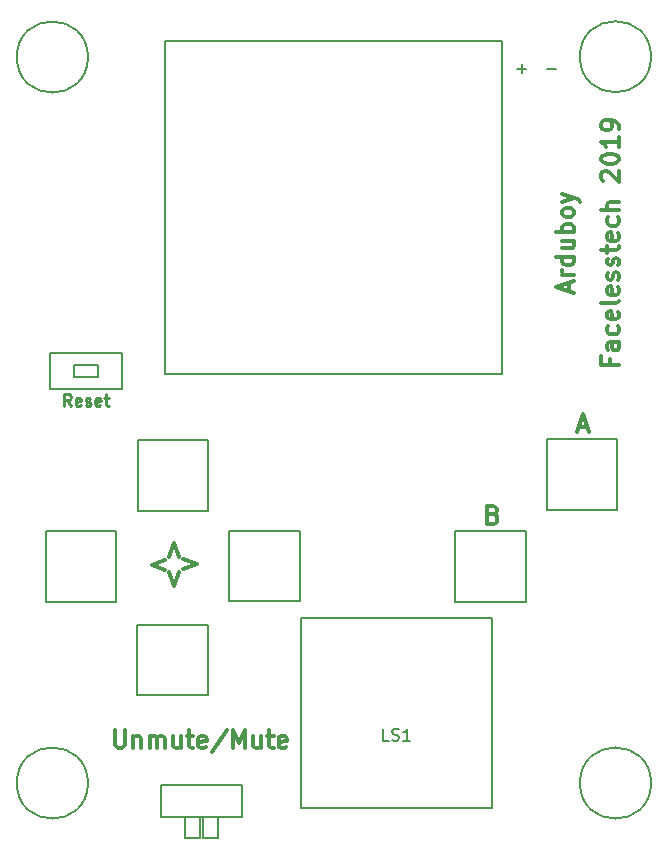
<source format=gbr>
G04 #@! TF.GenerationSoftware,KiCad,Pcbnew,5.0.2+dfsg1-1~bpo9+1*
G04 #@! TF.CreationDate,2019-06-22T18:26:22+01:00*
G04 #@! TF.ProjectId,arduboy_with_flashcart_port_smd,61726475-626f-4795-9f77-6974685f666c,rev?*
G04 #@! TF.SameCoordinates,Original*
G04 #@! TF.FileFunction,Legend,Top*
G04 #@! TF.FilePolarity,Positive*
%FSLAX46Y46*%
G04 Gerber Fmt 4.6, Leading zero omitted, Abs format (unit mm)*
G04 Created by KiCad (PCBNEW 5.0.2+dfsg1-1~bpo9+1) date Sat 22 Jun 2019 18:26:23 BST*
%MOMM*%
%LPD*%
G01*
G04 APERTURE LIST*
%ADD10C,0.300000*%
%ADD11C,0.250000*%
%ADD12C,0.150000*%
G04 APERTURE END LIST*
D10*
X233142600Y-78389442D02*
X233142600Y-77675157D01*
X233571171Y-78532300D02*
X232071171Y-78032300D01*
X233571171Y-77532300D01*
X233571171Y-77032300D02*
X232571171Y-77032300D01*
X232856885Y-77032300D02*
X232714028Y-76960871D01*
X232642600Y-76889442D01*
X232571171Y-76746585D01*
X232571171Y-76603728D01*
X233571171Y-75460871D02*
X232071171Y-75460871D01*
X233499742Y-75460871D02*
X233571171Y-75603728D01*
X233571171Y-75889442D01*
X233499742Y-76032300D01*
X233428314Y-76103728D01*
X233285457Y-76175157D01*
X232856885Y-76175157D01*
X232714028Y-76103728D01*
X232642600Y-76032300D01*
X232571171Y-75889442D01*
X232571171Y-75603728D01*
X232642600Y-75460871D01*
X232571171Y-74103728D02*
X233571171Y-74103728D01*
X232571171Y-74746585D02*
X233356885Y-74746585D01*
X233499742Y-74675157D01*
X233571171Y-74532300D01*
X233571171Y-74318014D01*
X233499742Y-74175157D01*
X233428314Y-74103728D01*
X233571171Y-73389442D02*
X232071171Y-73389442D01*
X232642600Y-73389442D02*
X232571171Y-73246585D01*
X232571171Y-72960871D01*
X232642600Y-72818014D01*
X232714028Y-72746585D01*
X232856885Y-72675157D01*
X233285457Y-72675157D01*
X233428314Y-72746585D01*
X233499742Y-72818014D01*
X233571171Y-72960871D01*
X233571171Y-73246585D01*
X233499742Y-73389442D01*
X233571171Y-71818014D02*
X233499742Y-71960871D01*
X233428314Y-72032300D01*
X233285457Y-72103728D01*
X232856885Y-72103728D01*
X232714028Y-72032300D01*
X232642600Y-71960871D01*
X232571171Y-71818014D01*
X232571171Y-71603728D01*
X232642600Y-71460871D01*
X232714028Y-71389442D01*
X232856885Y-71318014D01*
X233285457Y-71318014D01*
X233428314Y-71389442D01*
X233499742Y-71460871D01*
X233571171Y-71603728D01*
X233571171Y-71818014D01*
X232571171Y-70818014D02*
X233571171Y-70460871D01*
X232571171Y-70103728D02*
X233571171Y-70460871D01*
X233928314Y-70603728D01*
X233999742Y-70675157D01*
X234071171Y-70818014D01*
X236582757Y-84103728D02*
X236582757Y-84603728D01*
X237368471Y-84603728D02*
X235868471Y-84603728D01*
X235868471Y-83889442D01*
X237368471Y-82675157D02*
X236582757Y-82675157D01*
X236439900Y-82746585D01*
X236368471Y-82889442D01*
X236368471Y-83175157D01*
X236439900Y-83318014D01*
X237297042Y-82675157D02*
X237368471Y-82818014D01*
X237368471Y-83175157D01*
X237297042Y-83318014D01*
X237154185Y-83389442D01*
X237011328Y-83389442D01*
X236868471Y-83318014D01*
X236797042Y-83175157D01*
X236797042Y-82818014D01*
X236725614Y-82675157D01*
X237297042Y-81318014D02*
X237368471Y-81460871D01*
X237368471Y-81746585D01*
X237297042Y-81889442D01*
X237225614Y-81960871D01*
X237082757Y-82032300D01*
X236654185Y-82032300D01*
X236511328Y-81960871D01*
X236439900Y-81889442D01*
X236368471Y-81746585D01*
X236368471Y-81460871D01*
X236439900Y-81318014D01*
X237297042Y-80103728D02*
X237368471Y-80246585D01*
X237368471Y-80532300D01*
X237297042Y-80675157D01*
X237154185Y-80746585D01*
X236582757Y-80746585D01*
X236439900Y-80675157D01*
X236368471Y-80532300D01*
X236368471Y-80246585D01*
X236439900Y-80103728D01*
X236582757Y-80032300D01*
X236725614Y-80032300D01*
X236868471Y-80746585D01*
X237368471Y-79175157D02*
X237297042Y-79318014D01*
X237154185Y-79389442D01*
X235868471Y-79389442D01*
X237297042Y-78032300D02*
X237368471Y-78175157D01*
X237368471Y-78460871D01*
X237297042Y-78603728D01*
X237154185Y-78675157D01*
X236582757Y-78675157D01*
X236439900Y-78603728D01*
X236368471Y-78460871D01*
X236368471Y-78175157D01*
X236439900Y-78032300D01*
X236582757Y-77960871D01*
X236725614Y-77960871D01*
X236868471Y-78675157D01*
X237297042Y-77389442D02*
X237368471Y-77246585D01*
X237368471Y-76960871D01*
X237297042Y-76818014D01*
X237154185Y-76746585D01*
X237082757Y-76746585D01*
X236939900Y-76818014D01*
X236868471Y-76960871D01*
X236868471Y-77175157D01*
X236797042Y-77318014D01*
X236654185Y-77389442D01*
X236582757Y-77389442D01*
X236439900Y-77318014D01*
X236368471Y-77175157D01*
X236368471Y-76960871D01*
X236439900Y-76818014D01*
X237297042Y-76175157D02*
X237368471Y-76032300D01*
X237368471Y-75746585D01*
X237297042Y-75603728D01*
X237154185Y-75532300D01*
X237082757Y-75532300D01*
X236939900Y-75603728D01*
X236868471Y-75746585D01*
X236868471Y-75960871D01*
X236797042Y-76103728D01*
X236654185Y-76175157D01*
X236582757Y-76175157D01*
X236439900Y-76103728D01*
X236368471Y-75960871D01*
X236368471Y-75746585D01*
X236439900Y-75603728D01*
X236368471Y-75103728D02*
X236368471Y-74532300D01*
X235868471Y-74889442D02*
X237154185Y-74889442D01*
X237297042Y-74818014D01*
X237368471Y-74675157D01*
X237368471Y-74532300D01*
X237297042Y-73460871D02*
X237368471Y-73603728D01*
X237368471Y-73889442D01*
X237297042Y-74032300D01*
X237154185Y-74103728D01*
X236582757Y-74103728D01*
X236439900Y-74032300D01*
X236368471Y-73889442D01*
X236368471Y-73603728D01*
X236439900Y-73460871D01*
X236582757Y-73389442D01*
X236725614Y-73389442D01*
X236868471Y-74103728D01*
X237297042Y-72103728D02*
X237368471Y-72246585D01*
X237368471Y-72532300D01*
X237297042Y-72675157D01*
X237225614Y-72746585D01*
X237082757Y-72818014D01*
X236654185Y-72818014D01*
X236511328Y-72746585D01*
X236439900Y-72675157D01*
X236368471Y-72532300D01*
X236368471Y-72246585D01*
X236439900Y-72103728D01*
X237368471Y-71460871D02*
X235868471Y-71460871D01*
X237368471Y-70818014D02*
X236582757Y-70818014D01*
X236439900Y-70889442D01*
X236368471Y-71032300D01*
X236368471Y-71246585D01*
X236439900Y-71389442D01*
X236511328Y-71460871D01*
X236011328Y-69032300D02*
X235939900Y-68960871D01*
X235868471Y-68818014D01*
X235868471Y-68460871D01*
X235939900Y-68318014D01*
X236011328Y-68246585D01*
X236154185Y-68175157D01*
X236297042Y-68175157D01*
X236511328Y-68246585D01*
X237368471Y-69103728D01*
X237368471Y-68175157D01*
X235868471Y-67246585D02*
X235868471Y-67103728D01*
X235939900Y-66960871D01*
X236011328Y-66889442D01*
X236154185Y-66818014D01*
X236439900Y-66746585D01*
X236797042Y-66746585D01*
X237082757Y-66818014D01*
X237225614Y-66889442D01*
X237297042Y-66960871D01*
X237368471Y-67103728D01*
X237368471Y-67246585D01*
X237297042Y-67389442D01*
X237225614Y-67460871D01*
X237082757Y-67532300D01*
X236797042Y-67603728D01*
X236439900Y-67603728D01*
X236154185Y-67532300D01*
X236011328Y-67460871D01*
X235939900Y-67389442D01*
X235868471Y-67246585D01*
X237368471Y-65318014D02*
X237368471Y-66175157D01*
X237368471Y-65746585D02*
X235868471Y-65746585D01*
X236082757Y-65889442D01*
X236225614Y-66032300D01*
X236297042Y-66175157D01*
X237368471Y-64603728D02*
X237368471Y-64318014D01*
X237297042Y-64175157D01*
X237225614Y-64103728D01*
X237011328Y-63960871D01*
X236725614Y-63889442D01*
X236154185Y-63889442D01*
X236011328Y-63960871D01*
X235939900Y-64032300D01*
X235868471Y-64175157D01*
X235868471Y-64460871D01*
X235939900Y-64603728D01*
X236011328Y-64675157D01*
X236154185Y-64746585D01*
X236511328Y-64746585D01*
X236654185Y-64675157D01*
X236725614Y-64603728D01*
X236797042Y-64460871D01*
X236797042Y-64175157D01*
X236725614Y-64032300D01*
X236654185Y-63960871D01*
X236511328Y-63889442D01*
D11*
X190976404Y-88082380D02*
X190643071Y-87606190D01*
X190404976Y-88082380D02*
X190404976Y-87082380D01*
X190785928Y-87082380D01*
X190881166Y-87130000D01*
X190928785Y-87177619D01*
X190976404Y-87272857D01*
X190976404Y-87415714D01*
X190928785Y-87510952D01*
X190881166Y-87558571D01*
X190785928Y-87606190D01*
X190404976Y-87606190D01*
X191785928Y-88034761D02*
X191690690Y-88082380D01*
X191500214Y-88082380D01*
X191404976Y-88034761D01*
X191357357Y-87939523D01*
X191357357Y-87558571D01*
X191404976Y-87463333D01*
X191500214Y-87415714D01*
X191690690Y-87415714D01*
X191785928Y-87463333D01*
X191833547Y-87558571D01*
X191833547Y-87653809D01*
X191357357Y-87749047D01*
X192214500Y-88034761D02*
X192309738Y-88082380D01*
X192500214Y-88082380D01*
X192595452Y-88034761D01*
X192643071Y-87939523D01*
X192643071Y-87891904D01*
X192595452Y-87796666D01*
X192500214Y-87749047D01*
X192357357Y-87749047D01*
X192262119Y-87701428D01*
X192214500Y-87606190D01*
X192214500Y-87558571D01*
X192262119Y-87463333D01*
X192357357Y-87415714D01*
X192500214Y-87415714D01*
X192595452Y-87463333D01*
X193452595Y-88034761D02*
X193357357Y-88082380D01*
X193166880Y-88082380D01*
X193071642Y-88034761D01*
X193024023Y-87939523D01*
X193024023Y-87558571D01*
X193071642Y-87463333D01*
X193166880Y-87415714D01*
X193357357Y-87415714D01*
X193452595Y-87463333D01*
X193500214Y-87558571D01*
X193500214Y-87653809D01*
X193024023Y-87749047D01*
X193785928Y-87415714D02*
X194166880Y-87415714D01*
X193928785Y-87082380D02*
X193928785Y-87939523D01*
X193976404Y-88034761D01*
X194071642Y-88082380D01*
X194166880Y-88082380D01*
D10*
X198932728Y-101946828D02*
X197789871Y-101518257D01*
X198932728Y-101089685D01*
X200482271Y-101075371D02*
X201625128Y-101503942D01*
X200482271Y-101932514D01*
X200130528Y-102171571D02*
X199701957Y-103314428D01*
X199273385Y-102171571D01*
X199284471Y-100850628D02*
X199713042Y-99707771D01*
X200141614Y-100850628D01*
X226713242Y-97276457D02*
X226927528Y-97347885D01*
X226998957Y-97419314D01*
X227070385Y-97562171D01*
X227070385Y-97776457D01*
X226998957Y-97919314D01*
X226927528Y-97990742D01*
X226784671Y-98062171D01*
X226213242Y-98062171D01*
X226213242Y-96562171D01*
X226713242Y-96562171D01*
X226856100Y-96633600D01*
X226927528Y-96705028D01*
X226998957Y-96847885D01*
X226998957Y-96990742D01*
X226927528Y-97133600D01*
X226856100Y-97205028D01*
X226713242Y-97276457D01*
X226213242Y-97276457D01*
X233970557Y-89835800D02*
X234684842Y-89835800D01*
X233827700Y-90264371D02*
X234327700Y-88764371D01*
X234827700Y-90264371D01*
X194692700Y-115561371D02*
X194692700Y-116775657D01*
X194764128Y-116918514D01*
X194835557Y-116989942D01*
X194978414Y-117061371D01*
X195264128Y-117061371D01*
X195406985Y-116989942D01*
X195478414Y-116918514D01*
X195549842Y-116775657D01*
X195549842Y-115561371D01*
X196264128Y-116061371D02*
X196264128Y-117061371D01*
X196264128Y-116204228D02*
X196335557Y-116132800D01*
X196478414Y-116061371D01*
X196692700Y-116061371D01*
X196835557Y-116132800D01*
X196906985Y-116275657D01*
X196906985Y-117061371D01*
X197621271Y-117061371D02*
X197621271Y-116061371D01*
X197621271Y-116204228D02*
X197692700Y-116132800D01*
X197835557Y-116061371D01*
X198049842Y-116061371D01*
X198192700Y-116132800D01*
X198264128Y-116275657D01*
X198264128Y-117061371D01*
X198264128Y-116275657D02*
X198335557Y-116132800D01*
X198478414Y-116061371D01*
X198692700Y-116061371D01*
X198835557Y-116132800D01*
X198906985Y-116275657D01*
X198906985Y-117061371D01*
X200264128Y-116061371D02*
X200264128Y-117061371D01*
X199621271Y-116061371D02*
X199621271Y-116847085D01*
X199692700Y-116989942D01*
X199835557Y-117061371D01*
X200049842Y-117061371D01*
X200192700Y-116989942D01*
X200264128Y-116918514D01*
X200764128Y-116061371D02*
X201335557Y-116061371D01*
X200978414Y-115561371D02*
X200978414Y-116847085D01*
X201049842Y-116989942D01*
X201192700Y-117061371D01*
X201335557Y-117061371D01*
X202406985Y-116989942D02*
X202264128Y-117061371D01*
X201978414Y-117061371D01*
X201835557Y-116989942D01*
X201764128Y-116847085D01*
X201764128Y-116275657D01*
X201835557Y-116132800D01*
X201978414Y-116061371D01*
X202264128Y-116061371D01*
X202406985Y-116132800D01*
X202478414Y-116275657D01*
X202478414Y-116418514D01*
X201764128Y-116561371D01*
X204192700Y-115489942D02*
X202906985Y-117418514D01*
X204692700Y-117061371D02*
X204692700Y-115561371D01*
X205192700Y-116632800D01*
X205692700Y-115561371D01*
X205692700Y-117061371D01*
X207049842Y-116061371D02*
X207049842Y-117061371D01*
X206406985Y-116061371D02*
X206406985Y-116847085D01*
X206478414Y-116989942D01*
X206621271Y-117061371D01*
X206835557Y-117061371D01*
X206978414Y-116989942D01*
X207049842Y-116918514D01*
X207549842Y-116061371D02*
X208121271Y-116061371D01*
X207764128Y-115561371D02*
X207764128Y-116847085D01*
X207835557Y-116989942D01*
X207978414Y-117061371D01*
X208121271Y-117061371D01*
X209192700Y-116989942D02*
X209049842Y-117061371D01*
X208764128Y-117061371D01*
X208621271Y-116989942D01*
X208549842Y-116847085D01*
X208549842Y-116275657D01*
X208621271Y-116132800D01*
X208764128Y-116061371D01*
X209049842Y-116061371D01*
X209192700Y-116132800D01*
X209264128Y-116275657D01*
X209264128Y-116418514D01*
X208549842Y-116561371D01*
D12*
G04 #@! TO.C,LS1*
X218528900Y-106006900D02*
X226593400Y-106006900D01*
X226593400Y-106006900D02*
X226593400Y-122135900D01*
X226593400Y-122135900D02*
X210464400Y-122135900D01*
X210464400Y-122135900D02*
X210464400Y-106006900D01*
X210464400Y-106006900D02*
X218528900Y-106006900D01*
G04 #@! TO.C,SW2*
X188823600Y-98691700D02*
X194792600Y-98691700D01*
X194792600Y-98691700D02*
X194792600Y-104660700D01*
X194792600Y-104660700D02*
X188823600Y-104660700D01*
X188823600Y-104660700D02*
X188823600Y-98691700D01*
G04 #@! TO.C,SW3*
X196621400Y-90970100D02*
X202590400Y-90970100D01*
X202590400Y-90970100D02*
X202590400Y-96939100D01*
X202590400Y-96939100D02*
X196621400Y-96939100D01*
X196621400Y-96939100D02*
X196621400Y-90970100D01*
G04 #@! TO.C,SW4*
X196596000Y-112560100D02*
X196596000Y-106591100D01*
X202565000Y-112560100D02*
X196596000Y-112560100D01*
X202565000Y-106591100D02*
X202565000Y-112560100D01*
X196596000Y-106591100D02*
X202565000Y-106591100D01*
G04 #@! TO.C,SW5*
X204368400Y-104609900D02*
X204368400Y-98640900D01*
X210337400Y-104609900D02*
X204368400Y-104609900D01*
X210337400Y-98640900D02*
X210337400Y-104609900D01*
X204368400Y-98640900D02*
X210337400Y-98640900D01*
G04 #@! TO.C,SW6*
X223494600Y-98691700D02*
X229463600Y-98691700D01*
X229463600Y-98691700D02*
X229463600Y-104660700D01*
X229463600Y-104660700D02*
X223494600Y-104660700D01*
X223494600Y-104660700D02*
X223494600Y-98691700D01*
G04 #@! TO.C,SW7*
X231267000Y-96888300D02*
X231267000Y-90919300D01*
X237236000Y-96888300D02*
X231267000Y-96888300D01*
X237236000Y-90919300D02*
X237236000Y-96888300D01*
X231267000Y-90919300D02*
X237236000Y-90919300D01*
G04 #@! TO.C,SW1*
X198602600Y-120142000D02*
X205409800Y-120142000D01*
X205409800Y-120142000D02*
X205409800Y-122897900D01*
X198602600Y-120142000D02*
X198602600Y-122897900D01*
X198602600Y-122897900D02*
X205409800Y-122897900D01*
X202145900Y-122910600D02*
X202145900Y-124625100D01*
X202145900Y-124637800D02*
X203454000Y-124637800D01*
X203454000Y-124637800D02*
X203454000Y-122910600D01*
X201904600Y-122897900D02*
X201904600Y-124637800D01*
X201904600Y-124637800D02*
X200596500Y-124637800D01*
X200596500Y-124637800D02*
X200596500Y-122897900D01*
G04 #@! TO.C,SW8*
X189166500Y-83566000D02*
X195262500Y-83566000D01*
X195262500Y-83566000D02*
X195262500Y-86614000D01*
X195262500Y-86614000D02*
X189166500Y-86614000D01*
X189166500Y-86614000D02*
X189166500Y-83566000D01*
X191198500Y-84582000D02*
X193230500Y-84582000D01*
X193230500Y-84582000D02*
X193230500Y-85598000D01*
X193230500Y-85598000D02*
X191198500Y-85598000D01*
X191198500Y-85598000D02*
X191198500Y-84582000D01*
G04 #@! TO.C,U4*
X198970900Y-57162700D02*
X227469700Y-57162700D01*
X227469700Y-57162700D02*
X227457000Y-85369400D01*
X198958200Y-57162700D02*
X198958200Y-85369400D01*
X198958200Y-85369400D02*
X227444300Y-85369400D01*
G04 #@! TO.C,U2*
X192407169Y-120015000D02*
G75*
G03X192407169Y-120015000I-3012069J0D01*
G01*
G04 #@! TO.C,U5*
X192407169Y-58547000D02*
G75*
G03X192407169Y-58547000I-3012069J0D01*
G01*
G04 #@! TO.C,U6*
X240082969Y-120015000D02*
G75*
G03X240082969Y-120015000I-3012069J0D01*
G01*
G04 #@! TO.C,U7*
X240082969Y-58521600D02*
G75*
G03X240082969Y-58521600I-3012069J0D01*
G01*
G04 #@! TO.C,LS1*
X217886042Y-116428780D02*
X217409852Y-116428780D01*
X217409852Y-115428780D01*
X218171757Y-116381161D02*
X218314614Y-116428780D01*
X218552709Y-116428780D01*
X218647947Y-116381161D01*
X218695566Y-116333542D01*
X218743185Y-116238304D01*
X218743185Y-116143066D01*
X218695566Y-116047828D01*
X218647947Y-116000209D01*
X218552709Y-115952590D01*
X218362233Y-115904971D01*
X218266995Y-115857352D01*
X218219376Y-115809733D01*
X218171757Y-115714495D01*
X218171757Y-115619257D01*
X218219376Y-115524019D01*
X218266995Y-115476400D01*
X218362233Y-115428780D01*
X218600328Y-115428780D01*
X218743185Y-115476400D01*
X219695566Y-116428780D02*
X219124138Y-116428780D01*
X219409852Y-116428780D02*
X219409852Y-115428780D01*
X219314614Y-115571638D01*
X219219376Y-115666876D01*
X219124138Y-115714495D01*
G04 #@! TO.C,U8*
X228765147Y-59520128D02*
X229527052Y-59520128D01*
X229146100Y-59901080D02*
X229146100Y-59139176D01*
X231305147Y-59583628D02*
X232067052Y-59583628D01*
G04 #@! TD*
M02*

</source>
